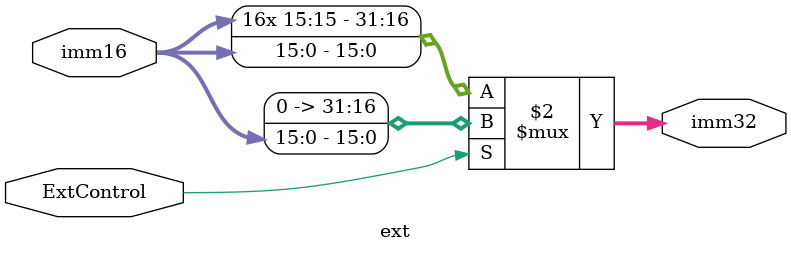
<source format=v>
`timescale 1ns / 1ps
module ext(
    input [15:0] imm16,
    input ExtControl,
    output [31:0] imm32
    );

    // ExtControl为1时,作零扩展;0时,作符号扩展
    assign imm32 = (ExtControl == 1'b1) ? {{16{1'b0}}, imm16} :
                                       {{16{imm16[15]}}, imm16};

endmodule

</source>
